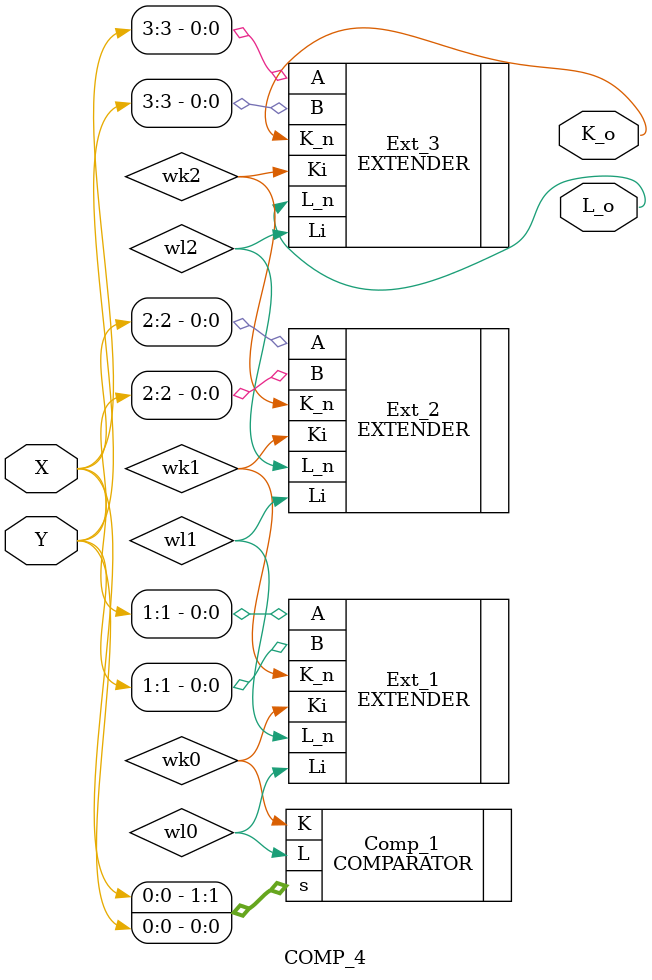
<source format=v>
`include "COMPARATOR.v"
`include "EXTENDER.v"
module COMP_4(input [3:0] X, //Creacion del bloque COMP_4
			  input [3:0] Y,
			  output K_o, L_o
			  );
	wire wk0, wk1, wk2;  //conexiones internas del sistema a simular
	wire wl0, wl1, wl2;

	COMPARATOR Comp_1 (.s({X[0],Y[0]}), .K(wk0), .L(wl0));  // instanciacion de todos los bloques 
	EXTENDER Ext_1 (.Ki(wk0),.Li(wl0),.A(X[1]),.B(Y[1]),.K_n(wk1),.L_n(wl1)); // necesarios para la estructura
	EXTENDER Ext_2 (.Ki(wk1),.Li(wl1),.A(X[2]),.B(Y[2]),.K_n(wk2),.L_n(wl2));
	EXTENDER Ext_3 (.Ki(wk2),.Li(wl2),.A(X[3]),.B(Y[3]),.K_n(K_o),.L_n(L_o));

endmodule
</source>
